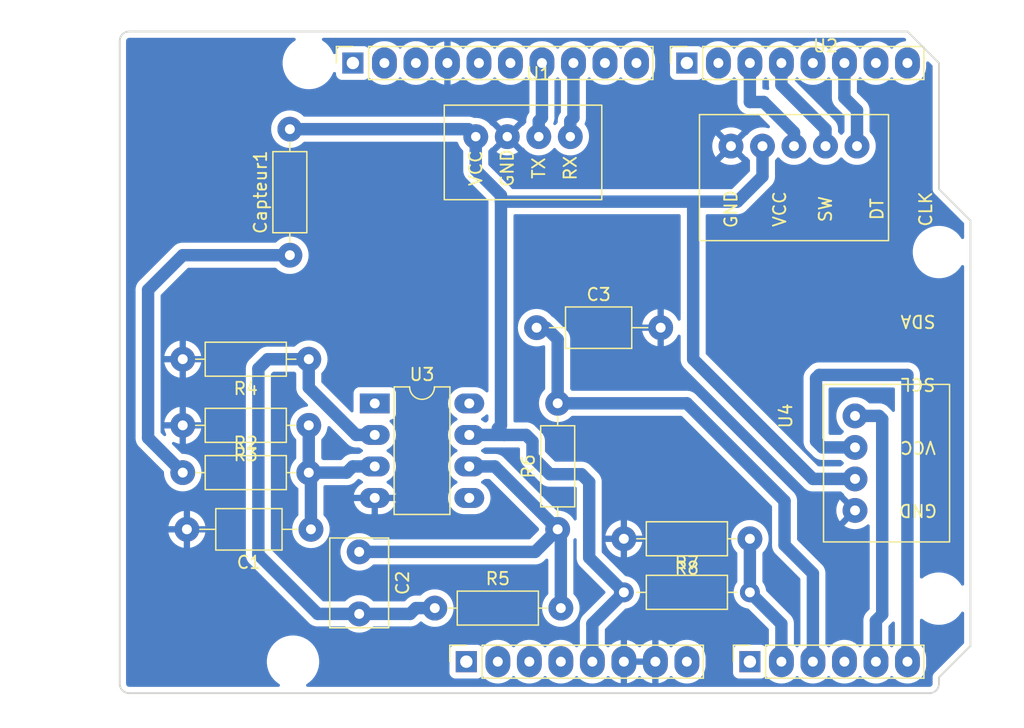
<source format=kicad_pcb>
(kicad_pcb (version 20211014) (generator pcbnew)
  (title_block (date "mar. 31 mars 2015"))
  (layers (0 "F.Cu" signal) (31 "B.Cu" signal) (34 "B.Paste" user) (35 "F.Paste" user) (36 "B.SilkS" user "B.Silkscreen") (37 "F.SilkS" user "F.Silkscreen") (38 "B.Mask" user) (39 "F.Mask" user) (44 "Edge.Cuts" user))
  (net 0 "")
  (net 1 "GND")
  (net 3 "+5V")
  (net 4 "/IOREF")
  (net 5 "/A3")
  (net 6 "Net-(C2-Pad1)")
  (net 7 "Net-(C2-Pad2)")
  (net 8 "/13")
  (net 9 "/12")
  (net 10 "/AREF")
  (net 11 "/8")
  (net 12 "/7")
  (net 13 "/TX")
  (net 14 "/RX")
  (net 15 "/*9")
  (net 16 "/SDA")
  (net 17 "/SCL")
  (net 18 "/*6")
  (net 19 "/SW")
  (net 20 "/DT")
  (net 21 "/*3")
  (net 22 "/CLK")
  (net 23 "+3V3")
  (net 24 "VCC")
  (net 25 "/~{RESET}")
  (net 28 "Net-(C1-Pad1)")
  (net 29 "Net-(Capteur1-Pad1)")
  (net 31 "/Vout")
  (net 33 "/Vflex")
  (net 34 "/A0")
  (footprint "Connector_PinSocket_2.54mm:PinSocket_1x08_P2.54mm_Vertical" (layer "F.Cu") (at 127.94 97.46 90)
    (fp_text reference "J1" hide)
    (fp_text value "Power")
    (fp_line (start -1.33 19.11) (end 1.33 19.11) (layer "F.SilkS") (width 0.12))
    (fp_line (start 1.33 1.27) (end 1.33 19.11) (layer "F.SilkS") (width 0.12))
    (fp_line (start -1.33 1.27) (end 1.33 1.27) (layer "F.SilkS") (width 0.12))
    (fp_line (start 0 -1.33) (end 1.33 -1.33) (layer "F.SilkS") (width 0.12))
    (fp_line (start 1.33 -1.33) (end 1.33 0) (layer "F.SilkS") (width 0.12))
    (fp_line (start -1.33 1.27) (end -1.33 19.11) (layer "F.SilkS") (width 0.12))
    (pad "1" thru_hole rect locked (at 0 0 90) (size 1.7 1.7) (drill 1) (layers *.Cu *.Mask))
    (pad "2" thru_hole oval locked (at 0 2.54 90) (size 2.5 2) (drill 0.8) (layers *.Cu *.Mask) (net 4 "/IOREF"))
    (pad "3" thru_hole oval locked (at 0 5.08 90) (size 2.5 2) (drill 0.8) (layers *.Cu *.Mask) (net 25 "/~{RESET}"))
    (pad "4" thru_hole oval locked (at 0 7.62 90) (size 2.5 2) (drill 0.8) (layers *.Cu *.Mask) (net 23 "+3V3"))
    (pad "5" thru_hole oval locked (at 0 10.16 90) (size 2.5 2) (drill 0.8) (layers *.Cu *.Mask) (net 3 "+5V"))
    (pad "6" thru_hole oval locked (at 0 12.7 90) (size 2.5 2) (drill 0.8) (layers *.Cu *.Mask) (net 1 "GND"))
    (pad "7" thru_hole oval locked (at 0 15.24 90) (size 2.5 2) (drill 0.8) (layers *.Cu *.Mask) (net 1 "GND"))
    (pad "8" thru_hole oval locked (at 0 17.78 90) (size 2.5 2) (drill 0.8) (layers *.Cu *.Mask) (net 24 "VCC"))
  )
  (footprint "Connector_PinSocket_2.54mm:PinSocket_1x06_P2.54mm_Vertical" (layer "F.Cu") (at 150.8 97.46 90)
    (fp_text reference "J2" hide)
    (fp_text value "Analog")
    (fp_line (start 1.33 1.27) (end 1.33 14.03) (layer "F.SilkS") (width 0.12))
    (fp_line (start 0 -1.33) (end 1.33 -1.33) (layer "F.SilkS") (width 0.12))
    (fp_line (start -1.33 1.27) (end 1.33 1.27) (layer "F.SilkS") (width 0.12))
    (fp_line (start -1.33 1.27) (end -1.33 14.03) (layer "F.SilkS") (width 0.12))
    (fp_line (start -1.33 14.03) (end 1.33 14.03) (layer "F.SilkS") (width 0.12))
    (fp_line (start 1.33 -1.33) (end 1.33 0) (layer "F.SilkS") (width 0.12))
    (pad "1" thru_hole rect locked (at 0 0 90) (size 1.7 1.7) (drill 1) (layers *.Cu *.Mask) (net 34 "/A0"))
    (pad "2" thru_hole oval locked (at 0 2.54 90) (size 2.5 2) (drill 0.8) (layers *.Cu *.Mask) (net 33 "/Vflex"))
    (pad "3" thru_hole oval locked (at 0 5.08 90) (size 2.5 2) (drill 0.8) (layers *.Cu *.Mask) (net 31 "/Vout"))
    (pad "4" thru_hole oval locked (at 0 7.62 90) (size 2.5 2) (drill 0.8) (layers *.Cu *.Mask) (net 5 "/A3"))
    (pad "5" thru_hole oval locked (at 0 10.16 90) (size 2.5 2) (drill 0.8) (layers *.Cu *.Mask) (net 16 "/SDA"))
    (pad "6" thru_hole oval locked (at 0 12.7 90) (size 2.5 2) (drill 0.8) (layers *.Cu *.Mask) (net 17 "/SCL"))
  )
  (footprint "Connector_PinSocket_2.54mm:PinSocket_1x10_P2.54mm_Vertical" (layer "F.Cu") (at 118.796 49.2 90)
    (fp_text reference "J3" hide)
    (fp_text value "Digital/PWM")
    (fp_line (start -1.33 24.19) (end 1.33 24.19) (layer "F.SilkS") (width 0.12))
    (fp_line (start -1.33 1.27) (end -1.33 24.19) (layer "F.SilkS") (width 0.12))
    (fp_line (start 1.33 -1.33) (end 1.33 0) (layer "F.SilkS") (width 0.12))
    (fp_line (start 0 -1.33) (end 1.33 -1.33) (layer "F.SilkS") (width 0.12))
    (fp_line (start 1.33 1.27) (end 1.33 24.19) (layer "F.SilkS") (width 0.12))
    (fp_line (start -1.33 1.27) (end 1.33 1.27) (layer "F.SilkS") (width 0.12))
    (pad "1" thru_hole rect locked (at 0 0 90) (size 1.7 1.7) (drill 1) (layers *.Cu *.Mask))
    (pad "2" thru_hole oval locked (at 0 2.54 90) (size 2.5 2) (drill 0.8) (layers *.Cu *.Mask))
    (pad "3" thru_hole oval locked (at 0 5.08 90) (size 2.5 2) (drill 0.8) (layers *.Cu *.Mask) (net 10 "/AREF"))
    (pad "4" thru_hole oval locked (at 0 7.62 90) (size 2.5 2) (drill 0.8) (layers *.Cu *.Mask) (net 1 "GND"))
    (pad "5" thru_hole oval locked (at 0 10.16 90) (size 2.5 2) (drill 0.8) (layers *.Cu *.Mask) (net 8 "/13"))
    (pad "6" thru_hole oval locked (at 0 12.7 90) (size 2.5 2) (drill 0.8) (layers *.Cu *.Mask) (net 9 "/12"))
    (pad "7" thru_hole oval locked (at 0 15.24 90) (size 2.5 2) (drill 0.8) (layers *.Cu *.Mask) (net 13 "/TX"))
    (pad "8" thru_hole oval locked (at 0 17.78 90) (size 2.5 2) (drill 0.8) (layers *.Cu *.Mask) (net 14 "/RX"))
    (pad "9" thru_hole oval locked (at 0 20.32 90) (size 2.5 2) (drill 0.8) (layers *.Cu *.Mask) (net 15 "/*9"))
    (pad "10" thru_hole oval locked (at 0 22.86 90) (size 2.5 2) (drill 0.8) (layers *.Cu *.Mask) (net 11 "/8"))
  )
  (footprint "Connector_PinSocket_2.54mm:PinSocket_1x08_P2.54mm_Vertical" (layer "F.Cu") (at 145.72 49.2 90)
    (fp_text reference "J4" hide)
    (fp_text value "Digital/PWM")
    (fp_line (start -1.33 19.11) (end 1.33 19.11) (layer "F.SilkS") (width 0.12))
    (fp_line (start -1.33 1.27) (end -1.33 19.11) (layer "F.SilkS") (width 0.12))
    (fp_line (start 0 -1.33) (end 1.33 -1.33) (layer "F.SilkS") (width 0.12))
    (fp_line (start -1.33 1.27) (end 1.33 1.27) (layer "F.SilkS") (width 0.12))
    (fp_line (start 1.33 -1.33) (end 1.33 0) (layer "F.SilkS") (width 0.12))
    (fp_line (start 1.33 1.27) (end 1.33 19.11) (layer "F.SilkS") (width 0.12))
    (pad "1" thru_hole rect locked (at 0 0 90) (size 1.7 1.7) (drill 1) (layers *.Cu *.Mask) (net 12 "/7"))
    (pad "2" thru_hole oval locked (at 0 2.54 90) (size 2.5 2) (drill 0.8) (layers *.Cu *.Mask) (net 18 "/*6"))
    (pad "3" thru_hole oval locked (at 0 5.08 90) (size 2.5 2) (drill 0.8) (layers *.Cu *.Mask) (net 19 "/SW"))
    (pad "4" thru_hole oval locked (at 0 7.62 90) (size 2.5 2) (drill 0.8) (layers *.Cu *.Mask) (net 20 "/DT"))
    (pad "5" thru_hole oval locked (at 0 10.16 90) (size 2.5 2) (drill 0.8) (layers *.Cu *.Mask) (net 21 "/*3"))
    (pad "6" thru_hole oval locked (at 0 12.7 90) (size 2.5 2) (drill 0.8) (layers *.Cu *.Mask) (net 22 "/CLK"))
    (pad "7" thru_hole oval locked (at 0 15.24 90) (size 2.5 2) (drill 0.8) (layers *.Cu *.Mask))
    (pad "8" thru_hole oval locked (at 0 17.78 90) (size 2.5 2) (drill 0.8) (layers *.Cu *.Mask))
  )
  (footprint "Package_DIP:DIP-8_W7.62mm_LongPads" (layer "F.Cu") (at 120.559 76.642)
    (fp_text reference "U3" (at 3.81 -2.33) (layer "F.SilkS"))
    (fp_text value "LT1050")
    (fp_line (start 1.56 8.95) (end 6.06 8.95) (layer "F.SilkS") (width 0.12))
    (fp_line (start 2.81 -1.33) (end 1.56 -1.33) (layer "F.SilkS") (width 0.12))
    (fp_line (start 6.06 -1.33) (end 4.81 -1.33) (layer "F.SilkS") (width 0.12))
    (fp_line (start 6.06 8.95) (end 6.06 -1.33) (layer "F.SilkS") (width 0.12))
    (fp_line (start 1.56 -1.33) (end 1.56 8.95) (layer "F.SilkS") (width 0.12))
    (fp_arc (start 4.81 -1.33) (mid 3.81 -0.33) (end 2.81 -1.33) (layer "F.SilkS") (width 0.12))
    (pad "1" thru_hole rect (at 0 0) (size 2.4 1.6) (drill 0.8) (layers *.Cu *.Mask))
    (pad "2" thru_hole oval (at 0 2.54) (size 2.4 1.6) (drill 0.8) (layers *.Cu *.Mask) (net 7 "Net-(C2-Pad2)"))
    (pad "3" thru_hole oval (at 0 5.08) (size 2.4 1.6) (drill 0.8) (layers *.Cu *.Mask) (net 28 "Net-(C1-Pad1)"))
    (pad "4" thru_hole oval (at 0 7.62) (size 2.4 1.6) (drill 0.8) (layers *.Cu *.Mask) (net 1 "GND"))
    (pad "5" thru_hole oval (at 7.62 7.62) (size 2.4 1.6) (drill 0.8) (layers *.Cu *.Mask))
    (pad "6" thru_hole oval (at 7.62 5.08) (size 2.4 1.6) (drill 0.8) (layers *.Cu *.Mask) (net 6 "Net-(C2-Pad1)"))
    (pad "7" thru_hole oval (at 7.62 2.54) (size 2.4 1.6) (drill 0.8) (layers *.Cu *.Mask) (net 3 "+5V"))
    (pad "8" thru_hole oval (at 7.62 0) (size 2.4 1.6) (drill 0.8) (layers *.Cu *.Mask))
  )
  (footprint "Resistor_THT:R_Axial_DIN0207_L6.3mm_D2.5mm_P10.16mm_Horizontal" (layer "F.Cu") (at 140.64 91.872)
    (fp_text reference "R7" (at 5.08 -2.37) (layer "F.SilkS"))
    (fp_text value "R_Variable")
    (fp_line (start 8.35 -1.37) (end 1.81 -1.37) (layer "F.SilkS") (width 0.12))
    (fp_line (start 8.35 1.37) (end 8.35 -1.37) (layer "F.SilkS") (width 0.12))
    (fp_line (start 1.04 0) (end 1.81 0) (layer "F.SilkS") (width 0.12))
    (fp_line (start 1.81 -1.37) (end 1.81 1.37) (layer "F.SilkS") (width 0.12))
    (fp_line (start 9.12 0) (end 8.35 0) (layer "F.SilkS") (width 0.12))
    (fp_line (start 1.81 1.37) (end 8.35 1.37) (layer "F.SilkS") (width 0.12))
    (pad "1" thru_hole circle (at 0 0) (size 1.6 1.6) (drill 0.8) (layers *.Cu *.Mask) (net 3 "+5V"))
    (pad "2" thru_hole oval (at 10.16 0) (size 1.6 1.6) (drill 0.8) (layers *.Cu *.Mask) (net 33 "/Vflex"))
  )
  (footprint "Libraire_Empreinte_Projet_Graphene:Encodeur_Empreinte" (layer "F.Cu") (at 156.896 53.359)
    (fp_text reference "U2" (at 0 -5.54 unlocked) (layer "F.SilkS"))
    (fp_text value "Encodeur_Rotatoire")
    (fp_text user "SW" (at 0 7.62 90 unlocked) (layer "F.SilkS"))
    (fp_text user "GND" (at -7.62 7.62 90 unlocked) (layer "F.SilkS"))
    (fp_text user "DT" (at 4.155 7.62 90 unlocked) (layer "F.SilkS"))
    (fp_text user "VCC" (at -3.695 7.62 90 unlocked) (layer "F.SilkS"))
    (fp_text user "CLK" (at 8.08 7.62 90 unlocked) (layer "F.SilkS"))
    (fp_rect (start -10.16 0) (end 5.08 10.16) (layer "F.SilkS") (width 0.12) (fill none))
    (pad "1" thru_hole circle (at -7.62 2.54) (size 2 2) (drill 0.8) (layers *.Cu *.Mask) (net 1 "GND"))
    (pad "2" thru_hole circle (at -5.08 2.54) (size 2 2) (drill 0.8) (layers *.Cu *.Mask) (net 3 "+5V"))
    (pad "3" thru_hole circle (at -2.54 2.54) (size 2 2) (drill 0.8) (layers *.Cu *.Mask) (net 19 "/SW"))
    (pad "4" thru_hole circle (at 0 2.54) (size 2 2) (drill 0.8) (layers *.Cu *.Mask) (net 20 "/DT"))
    (pad "5" thru_hole circle (at 2.54 2.54) (size 2 2) (drill 0.8) (layers *.Cu *.Mask) (net 22 "/CLK"))
  )
  (footprint "Resistor_THT:R_Axial_DIN0207_L6.3mm_D2.5mm_P10.16mm_Horizontal" (layer "F.Cu") (at 125.4 93.142)
    (fp_text reference "R5" (at 5.08 -2.37) (layer "F.SilkS"))
    (fp_text value "100k")
    (fp_line (start 8.35 1.37) (end 8.35 -1.37) (layer "F.SilkS") (width 0.12))
    (fp_line (start 1.81 1.37) (end 8.35 1.37) (layer "F.SilkS") (width 0.12))
    (fp_line (start 1.81 -1.37) (end 1.81 1.37) (layer "F.SilkS") (width 0.12))
    (fp_line (start 1.04 0) (end 1.81 0) (layer "F.SilkS") (width 0.12))
    (fp_line (start 8.35 -1.37) (end 1.81 -1.37) (layer "F.SilkS") (width 0.12))
    (fp_line (start 9.12 0) (end 8.35 0) (layer "F.SilkS") (width 0.12))
    (pad "1" thru_hole circle (at 0 0) (size 2 2) (drill 0.8) (layers *.Cu *.Mask) (net 7 "Net-(C2-Pad2)"))
    (pad "2" thru_hole oval (at 10.16 0) (size 2 2) (drill 0.8) (layers *.Cu *.Mask) (net 6 "Net-(C2-Pad1)"))
  )
  (footprint "Arduino_MountingHole:MountingHole_3.2mm" (layer "F.Cu") (at 115.24 49.2)
    (fp_text reference "MH1" hide)
    (fp_text value "MountingHole_3.2mm" hide)
    (pad "" np_thru_hole circle locked (at 0 0) (size 3.2 3.2) (drill 3.2) (layers *.Cu *.Mask))
  )
  (footprint "Resistor_THT:R_Axial_DIN0207_L6.3mm_D2.5mm_P10.16mm_Horizontal" (layer "F.Cu") (at 150.8 87.554 180)
    (fp_text reference "R8" (at 5.08 -2.37) (layer "F.SilkS"))
    (fp_text value "39k")
    (fp_line (start 8.35 -1.37) (end 1.81 -1.37) (layer "F.SilkS") (width 0.12))
    (fp_line (start 1.04 0) (end 1.81 0) (layer "F.SilkS") (width 0.12))
    (fp_line (start 9.12 0) (end 8.35 0) (layer "F.SilkS") (width 0.12))
    (fp_line (start 1.81 1.37) (end 8.35 1.37) (layer "F.SilkS") (width 0.12))
    (fp_line (start 1.81 -1.37) (end 1.81 1.37) (layer "F.SilkS") (width 0.12))
    (fp_line (start 8.35 1.37) (end 8.35 -1.37) (layer "F.SilkS") (width 0.12))
    (pad "1" thru_hole circle (at 0 0 180) (size 2 2) (drill 0.8) (layers *.Cu *.Mask) (net 33 "/Vflex"))
    (pad "2" thru_hole oval (at 10.16 0 180) (size 2 2) (drill 0.8) (layers *.Cu *.Mask) (net 1 "GND"))
  )
  (footprint "Capacitor_THT:C_Rect_L7.0mm_W4.5mm_P5.00mm" (layer "F.Cu") (at 119.304 88.61 -90)
    (fp_text reference "C2" (at 2.5 -3.5 90) (layer "F.SilkS"))
    (fp_text value "1µ")
    (fp_line (start 6.12 -2.37) (end 6.12 2.37) (layer "F.SilkS") (width 0.12))
    (fp_line (start -1.12 -2.37) (end -1.12 2.37) (layer "F.SilkS") (width 0.12))
    (fp_line (start -1.12 2.37) (end 6.12 2.37) (layer "F.SilkS") (width 0.12))
    (fp_line (start -1.12 -2.37) (end 6.12 -2.37) (layer "F.SilkS") (width 0.12))
    (pad "1" thru_hole circle (at 0 0 270) (size 2 2) (drill 0.8) (layers *.Cu *.Mask) (net 6 "Net-(C2-Pad1)"))
    (pad "2" thru_hole circle (at 5 0 270) (size 2 2) (drill 0.8) (layers *.Cu *.Mask) (net 7 "Net-(C2-Pad2)"))
  )
  (footprint "Resistor_THT:R_Axial_DIN0207_L6.3mm_D2.5mm_P10.16mm_Horizontal" (layer "F.Cu") (at 115.24 78.41 180)
    (fp_text reference "R3" (at 5.08 -2.37) (layer "F.SilkS"))
    (fp_text value "100k")
    (fp_line (start 8.35 1.37) (end 8.35 -1.37) (layer "F.SilkS") (width 0.12))
    (fp_line (start 1.81 1.37) (end 8.35 1.37) (layer "F.SilkS") (width 0.12))
    (fp_line (start 1.81 -1.37) (end 1.81 1.37) (layer "F.SilkS") (width 0.12))
    (fp_line (start 8.35 -1.37) (end 1.81 -1.37) (layer "F.SilkS") (width 0.12))
    (fp_line (start 9.12 0) (end 8.35 0) (layer "F.SilkS") (width 0.12))
    (fp_line (start 1.04 0) (end 1.81 0) (layer "F.SilkS") (width 0.12))
    (pad "1" thru_hole circle (at 0 0 180) (size 2 2) (drill 0.8) (layers *.Cu *.Mask) (net 28 "Net-(C1-Pad1)"))
    (pad "2" thru_hole oval (at 10.16 0 180) (size 2 2) (drill 0.8) (layers *.Cu *.Mask) (net 1 "GND"))
  )
  (footprint "Resistor_THT:R_Axial_DIN0207_L6.3mm_D2.5mm_P10.16mm_Horizontal" (layer "F.Cu") (at 105.08 82.22)
    (fp_text reference "R2" (at 5.08 -2.37) (layer "F.SilkS"))
    (fp_text value "10k")
    (fp_line (start 1.81 1.37) (end 8.35 1.37) (layer "F.SilkS") (width 0.12))
    (fp_line (start 1.04 0) (end 1.81 0) (layer "F.SilkS") (width 0.12))
    (fp_line (start 8.35 -1.37) (end 1.81 -1.37) (layer "F.SilkS") (width 0.12))
    (fp_line (start 1.81 -1.37) (end 1.81 1.37) (layer "F.SilkS") (width 0.12))
    (fp_line (start 9.12 0) (end 8.35 0) (layer "F.SilkS") (width 0.12))
    (fp_line (start 8.35 1.37) (end 8.35 -1.37) (layer "F.SilkS") (width 0.12))
    (pad "1" thru_hole circle (at 0 0) (size 2 2) (drill 0.8) (layers *.Cu *.Mask) (net 29 "Net-(Capteur1-Pad1)"))
    (pad "2" thru_hole oval (at 10.16 0) (size 2 2) (drill 0.8) (layers *.Cu *.Mask) (net 28 "Net-(C1-Pad1)"))
  )
  (footprint "Capacitor_THT:C_Axial_L5.1mm_D3.1mm_P10.00mm_Horizontal" (layer "F.Cu") (at 115.414 86.792 180)
    (fp_text reference "C1" (at 5 -2.67) (layer "F.SilkS"))
    (fp_text value "100n")
    (fp_line (start 7.67 1.67) (end 7.67 -1.67) (layer "F.SilkS") (width 0.12))
    (fp_line (start 2.33 -1.67) (end 2.33 1.67) (layer "F.SilkS") (width 0.12))
    (fp_line (start 8.96 0) (end 7.67 0) (layer "F.SilkS") (width 0.12))
    (fp_line (start 2.33 1.67) (end 7.67 1.67) (layer "F.SilkS") (width 0.12))
    (fp_line (start 7.67 -1.67) (end 2.33 -1.67) (layer "F.SilkS") (width 0.12))
    (fp_line (start 1.04 0) (end 2.33 0) (layer "F.SilkS") (width 0.12))
    (pad "1" thru_hole circle (at 0 0 180) (size 2 2) (drill 0.8) (layers *.Cu *.Mask) (net 28 "Net-(C1-Pad1)"))
    (pad "2" thru_hole oval (at 10 0 180) (size 2 2) (drill 0.8) (layers *.Cu *.Mask) (net 1 "GND"))
  )
  (footprint "Capacitor_THT:C_Axial_L5.1mm_D3.1mm_P10.00mm_Horizontal" (layer "F.Cu") (at 133.608 70.536)
    (fp_text reference "C3" (at 5 -2.67) (layer "F.SilkS"))
    (fp_text value "100n")
    (fp_line (start 8.96 0) (end 7.67 0) (layer "F.SilkS") (width 0.12))
    (fp_line (start 7.67 -1.67) (end 2.33 -1.67) (layer "F.SilkS") (width 0.12))
    (fp_line (start 7.67 1.67) (end 7.67 -1.67) (layer "F.SilkS") (width 0.12))
    (fp_line (start 1.04 0) (end 2.33 0) (layer "F.SilkS") (width 0.12))
    (fp_line (start 2.33 -1.67) (end 2.33 1.67) (layer "F.SilkS") (width 0.12))
    (fp_line (start 2.33 1.67) (end 7.67 1.67) (layer "F.SilkS") (width 0.12))
    (pad "1" thru_hole circle (at 0 0) (size 2 2) (drill 0.8) (layers *.Cu *.Mask) (net 31 "/Vout"))
    (pad "2" thru_hole oval (at 10 0) (size 2 2) (drill 0.8) (layers *.Cu *.Mask) (net 1 "GND"))
  )
  (footprint "Libraire_Empreinte_Projet_Graphene:OLED_Empreinte" (layer "F.Cu") (at 154.197 77.648 90)
    (fp_text reference "U4" (at 0 -0.5 90 unlocked) (layer "F.SilkS"))
    (fp_text value "OLED")
    (fp_text user "VCC" (at -2.54 10.16 180 unlocked) (layer "F.SilkS"))
    (fp_text user "SCL" (at 2.54 10.16 180 unlocked) (layer "F.SilkS"))
    (fp_text user "GND" (at -7.62 10.16 180 unlocked) (layer "F.SilkS"))
    (fp_text user "SDA" (at 7.62 10.16 180 unlocked) (layer "F.SilkS"))
    (fp_rect (start -10.16 2.54) (end 2.54 12.7) (layer "F.SilkS") (width 0.12) (fill none))
    (pad "1" thru_hole circle (at -7.62 5.08 90) (size 2 2) (drill 0.8) (layers *.Cu *.Mask) (net 1 "GND"))
    (pad "2" thru_hole circle (at -5.08 5.08 90) (size 2 2) (drill 0.8) (layers *.Cu *.Mask) (net 3 "+5V"))
    (pad "3" thru_hole circle (at -2.54 5.08 90) (size 2 2) (drill 0.8) (layers *.Cu *.Mask) (net 17 "/SCL"))
    (pad "4" thru_hole circle (at 0 5.08 90) (size 2 2) (drill 0.8) (layers *.Cu *.Mask) (net 16 "/SDA"))
  )
  (footprint "Resistor_THT:R_Axial_DIN0207_L6.3mm_D2.5mm_P10.16mm_Horizontal" (layer "F.Cu") (at 115.24 73.076 180)
    (fp_text reference "R4" (at 5.08 -2.37) (layer "F.SilkS"))
    (fp_text value "1k")
    (fp_line (start 8.35 1.37) (end 8.35 -1.37) (layer "F.SilkS") (width 0.12))
    (fp_line (start 1.81 -1.37) (end 1.81 1.37) (layer "F.SilkS") (width 0.12))
    (fp_line (start 8.35 -1.37) (end 1.81 -1.37) (layer "F.SilkS") (width 0.12))
    (fp_line (start 1.04 0) (end 1.81 0) (layer "F.SilkS") (width 0.12))
    (fp_line (start 9.12 0) (end 8.35 0) (layer "F.SilkS") (width 0.12))
    (fp_line (start 1.81 1.37) (end 8.35 1.37) (layer "F.SilkS") (width 0.12))
    (pad "1" thru_hole circle (at 0 0 180) (size 2 2) (drill 0.8) (layers *.Cu *.Mask) (net 7 "Net-(C2-Pad2)"))
    (pad "2" thru_hole oval (at 10.16 0 180) (size 2 2) (drill 0.8) (layers *.Cu *.Mask) (net 1 "GND"))
  )
  (footprint "Resistor_THT:R_Axial_DIN0207_L6.3mm_D2.5mm_P10.16mm_Horizontal" (layer "F.Cu") (at 113.716 64.694 90)
    (fp_text reference "Capteur1" (at 5.08 -2.37 90) (layer "F.SilkS"))
    (fp_text value "10k")
    (fp_line (start 8.35 -1.37) (end 1.81 -1.37) (layer "F.SilkS") (width 0.12))
    (fp_line (start 1.81 1.37) (end 8.35 1.37) (layer "F.SilkS") (width 0.12))
    (fp_line (start 1.81 -1.37) (end 1.81 1.37) (layer "F.SilkS") (width 0.12))
    (fp_line (start 1.04 0) (end 1.81 0) (layer "F.SilkS") (width 0.12))
    (fp_line (start 8.35 1.37) (end 8.35 -1.37) (layer "F.SilkS") (width 0.12))
    (fp_line (start 9.12 0) (end 8.35 0) (layer "F.SilkS") (width 0.12))
    (pad "1" thru_hole circle (at 0 0 90) (size 2 2) (drill 0.8) (layers *.Cu *.Mask) (net 29 "Net-(Capteur1-Pad1)"))
    (pad "2" thru_hole oval (at 10.16 0 90) (size 2 2) (drill 0.8) (layers *.Cu *.Mask) (net 3 "+5V"))
  )
  (footprint "Arduino_MountingHole:MountingHole_3.2mm" (layer "F.Cu") (at 113.97 97.46)
    (fp_text reference "MH2" hide)
    (fp_text value "MountingHole_3.2mm" hide)
    (pad "" np_thru_hole circle locked (at 0 0) (size 3.2 3.2) (drill 3.2) (layers *.Cu *.Mask))
  )
  (footprint "Arduino_MountingHole:MountingHole_3.2mm" (layer "F.Cu") (at 166.04 64.44)
    (fp_text reference "MH3" hide)
    (fp_text value "MountingHole_3.2mm" hide)
    (pad "" np_thru_hole circle locked (at 0 0) (size 3.2 3.2) (drill 3.2) (layers *.Cu *.Mask))
  )
  (footprint "Arduino_MountingHole:MountingHole_3.2mm" (layer "F.Cu") (at 166.04 92.38)
    (fp_text reference "MH4" hide)
    (fp_text value "MountingHole_3.2mm" hide)
    (pad "" np_thru_hole circle locked (at 0 0) (size 3.2 3.2) (drill 3.2) (layers *.Cu *.Mask))
  )
  (footprint "Libraire_Empreinte_Projet_Graphene:Bluetooth_Empreinte" (layer "F.Cu") (at 131.242 52.597)
    (fp_text reference "U1" (at 2.54 -2.54 unlocked) (layer "F.SilkS"))
    (fp_text value "Bluetooth")
    (fp_text user "TX" (at 2.54 5.08 90 unlocked) (layer "F.SilkS"))
    (fp_text user "GND" (at 0 5.08 90 unlocked) (layer "F.SilkS"))
    (fp_text user "VCC" (at -2.54 5.08 90 unlocked) (layer "F.SilkS"))
    (fp_text user "RX" (at 5.08 5.08 90 unlocked) (layer "F.SilkS"))
    (fp_rect (start -5.08 0) (end 7.62 7.62) (layer "F.SilkS") (width 0.12) (fill none))
    (pad "1" thru_hole circle (at -2.54 2.54) (size 2 2) (drill 0.762) (layers *.Cu *.Mask) (net 3 "+5V"))
    (pad "2" thru_hole circle (at 0 2.54) (size 2 2) (drill 0.762) (layers *.Cu *.Mask) (net 1 "GND"))
    (pad "3" thru_hole circle (at 2.54 2.54) (size 2 2) (drill 0.762) (layers *.Cu *.Mask) (net 13 "/TX"))
    (pad "4" thru_hole circle (at 5.08 2.54) (size 2 2) (drill 0.762) (layers *.Cu *.Mask) (net 14 "/RX"))
  )
  (footprint "Resistor_THT:R_Axial_DIN0207_L6.3mm_D2.5mm_P10.16mm_Horizontal" (layer "F.Cu") (at 135.306 86.792 90)
    (fp_text reference "R6" (at 5.08 -2.37 90) (layer "F.SilkS"))
    (fp_text value "1k")
    (fp_line (start 1.04 0) (end 1.81 0) (layer "F.SilkS") (width 0.12))
    (fp_line (start 1.81 -1.37) (end 1.81 1.37) (layer "F.SilkS") (width 0.12))
    (fp_line (start 1.81 1.37) (end 8.35 1.37) (layer "F.SilkS") (width 0.12))
    (fp_line (start 9.12 0) (end 8.35 0) (layer "F.SilkS") (width 0.12))
    (fp_line (start 8.35 1.37) (end 8.35 -1.37) (layer "F.SilkS") (width 0.12))
    (fp_line (start 8.35 -1.37) (end 1.81 -1.37) (layer "F.SilkS") (width 0.12))
    (pad "1" thru_hole circle (at 0 0 90) (size 2 2) (drill 0.8) (layers *.Cu *.Mask) (net 6 "Net-(C2-Pad1)"))
    (pad "2" thru_hole oval (at 10.16 0 90) (size 2 2) (drill 0.8) (layers *.Cu *.Mask) (net 31 "/Vout"))
  )
  (gr_line (start 166.04 59.36) (end 168.58 61.9) (layer "Edge.Cuts") (width 0.15))
  (gr_line (start 100 99.238) (end 100 47.422) (layer "Edge.Cuts") (width 0.15))
  (gr_line (start 168.58 61.9) (end 168.58 96.19) (layer "Edge.Cuts") (width 0.15))
  (gr_line (start 100.762 100) (end 165.278 100) (layer "Edge.Cuts") (width 0.15))
  (gr_line (start 100.762 46.66) (end 163.5 46.66) (layer "Edge.Cuts") (width 0.15))
  (gr_arc (start 100.762 100) (mid 100.223185 99.776815) (end 100 99.238) (layer "Edge.Cuts") (width 0.15))
  (gr_line (start 168.58 96.19) (end 166.04 98.73) (layer "Edge.Cuts") (width 0.15))
  (gr_line (start 163.5 46.66) (end 166.04 49.2) (layer "Edge.Cuts") (width 0.15))
  (gr_arc (start 166.04 99.238) (mid 165.816815 99.776815) (end 165.278 100) (layer "Edge.Cuts") (width 0.15))
  (gr_line (start 166.04 49.2) (end 166.04 59.36) (layer "Edge.Cuts") (width 0.15))
  (gr_line (start 166.04 98.73) (end 166.04 99.238) (layer "Edge.Cuts") (width 0.15))
  (gr_arc (start 100 47.422) (mid 100.223185 46.883185) (end 100.762 46.66) (layer "Edge.Cuts") (width 0.15))
  (segment (start 130.734 60.376) (end 130.734 78.41) (width 1) (layer "B.Cu") (net 3))
  (segment (start 128.099 54.534) (end 128.702 55.137) (width 1) (layer "B.Cu") (net 3))
  (segment (start 133.274 79.7) (end 132.756 79.182) (width 1) (layer "B.Cu") (net 3))
  (segment (start 128.702 57.836) (end 130.734 59.868) (width 1) (layer "B.Cu") (net 3))
  (segment (start 140.64 91.872) (end 138.1 94.412) (width 1) (layer "B.Cu") (net 3))
  (segment (start 137.846 89.078) (end 137.846 82.982) (width 1) (layer "B.Cu") (net 3))
  (segment (start 130.734 78.41) (end 130.48 78.664) (width 1) (layer "B.Cu") (net 3))
  (segment (start 151.816 58.344) (end 151.816 55.899) (width 1) (layer "B.Cu") (net 3))
  (segment (start 137.846 82.982) (end 137.211 82.347) (width 1) (layer "B.Cu") (net 3))
  (segment (start 137.338 82.474) (end 137.211 82.347) (width 1) (layer "B.Cu") (net 3))
  (segment (start 146.228 60.376) (end 146.228 73.076) (width 1) (layer "B.Cu") (net 3))
  (segment (start 130.734 59.868) (end 130.734 60.376) (width 1) (layer "B.Cu") (net 3))
  (segment (start 146.228 60.376) (end 149.784 60.376) (width 1) (layer "B.Cu") (net 3))
  (segment (start 130.998 79.182) (end 130.48 78.664) (width 1) (layer "B.Cu") (net 3))
  (segment (start 155.88 82.728) (end 159.277 82.728) (width 1) (layer "B.Cu") (net 3))
  (segment (start 130.734 60.376) (end 146.228 60.376) (width 1) (layer "B.Cu") (net 3))
  (segment (start 132.756 79.182) (end 130.998 79.182) (width 1) (layer "B.Cu") (net 3))
  (segment (start 149.784 60.376) (end 151.816 58.344) (width 1) (layer "B.Cu") (net 3))
  (segment (start 140.64 91.872) (end 137.846 89.078) (width 1) (layer "B.Cu") (net 3))
  (segment (start 146.228 73.076) (end 155.88 82.728) (width 1) (layer "B.Cu") (net 3))
  (segment (start 130.998 79.182) (end 128.179 79.182) (width 1) (layer "B.Cu") (net 3))
  (segment (start 133.274 80.95) (end 133.274 79.7) (width 1) (layer "B.Cu") (net 3))
  (segment (start 128.702 57.836) (end 128.702 55.137) (width 1) (layer "B.Cu") (net 3))
  (segment (start 113.716 54.534) (end 128.099 54.534) (width 1) (layer "B.Cu") (net 3))
  (segment (start 134.671 82.347) (end 133.274 80.95) (width 1) (layer "B.Cu") (net 3))
  (segment (start 137.211 82.347) (end 134.671 82.347) (width 1) (layer "B.Cu") (net 3))
  (segment (start 138.1 94.412) (end 138.1 97.46) (width 1) (layer "B.Cu") (net 3))
  (segment (start 128.179 81.722) (end 130.236 81.722) (width 1) (layer "B.Cu") (net 6))
  (segment (start 135.56 93.142) (end 135.56 87.046) (width 1) (layer "B.Cu") (net 6))
  (segment (start 133.488 88.61) (end 135.306 86.792) (width 1) (layer "B.Cu") (net 6))
  (segment (start 119.304 88.61) (end 133.488 88.61) (width 1) (layer "B.Cu") (net 6))
  (segment (start 130.236 81.722) (end 135.306 86.792) (width 1) (layer "B.Cu") (net 6))
  (segment (start 135.56 87.046) (end 135.306 86.792) (width 1) (layer "B.Cu") (net 6))
  (segment (start 115.24 73.076) (end 115.24 75.362) (width 1) (layer "B.Cu") (net 7))
  (segment (start 111.176 88.824) (end 111.176 73.838) (width 1) (layer "B.Cu") (net 7))
  (segment (start 111.938 73.076) (end 115.24 73.076) (width 1) (layer "B.Cu") (net 7))
  (segment (start 119.304 93.61) (end 115.962 93.61) (width 1) (layer "B.Cu") (net 7))
  (segment (start 123.408 93.61) (end 123.876 93.142) (width 1) (layer "B.Cu") (net 7))
  (segment (start 119.06 79.182) (end 120.559 79.182) (width 1) (layer "B.Cu") (net 7))
  (segment (start 115.962 93.61) (end 111.176 88.824) (width 1) (layer "B.Cu") (net 7))
  (segment (start 123.876 93.142) (end 125.4 93.142) (width 1) (layer "B.Cu") (net 7))
  (segment (start 115.24 75.362) (end 119.06 79.182) (width 1) (layer "B.Cu") (net 7))
  (segment (start 111.176 73.838) (end 111.938 73.076) (width 1) (layer "B.Cu") (net 7))
  (segment (start 119.304 93.61) (end 123.408 93.61) (width 1) (layer "B.Cu") (net 7))
  (segment (start 134.036 49.2) (end 134.036 53.613) (width 1) (layer "B.Cu") (net 13))
  (segment (start 133.782 53.867) (end 134.036 53.613) (width 1) (layer "B.Cu") (net 13))
  (segment (start 133.782 55.137) (end 133.782 53.867) (width 1) (layer "B.Cu") (net 13))
  (segment (start 136.322 55.137) (end 136.322 53.867) (width 1) (layer "B.Cu") (net 14))
  (segment (start 136.322 53.867) (end 136.576 53.613) (width 1) (layer "B.Cu") (net 14))
  (segment (start 136.576 49.2) (end 136.576 53.613) (width 1) (layer "B.Cu") (net 14))
  (segment (start 161.468 93.65) (end 161.468 77.902) (width 1) (layer "B.Cu") (net 16))
  (segment (start 160.96 94.158) (end 161.468 93.65) (width 1) (layer "B.Cu") (net 16))
  (segment (start 161.214 77.648) (end 159.277 77.648) (width 1) (layer "B.Cu") (net 16))
  (segment (start 161.468 77.902) (end 161.214 77.648) (width 1) (layer "B.Cu") (net 16))
  (segment (start 160.96 97.46) (end 160.96 94.158) (width 1) (layer "B.Cu") (net 16))
  (segment (start 156.134 74.6) (end 156.134 79.68) (width 1) (layer "B.Cu") (net 17))
  (segment (start 156.388 74.346) (end 156.134 74.6) (width 1) (layer "B.Cu") (net 17))
  (segment (start 156.134 79.68) (end 156.642 80.188) (width 1) (layer "B.Cu") (net 17))
  (segment (start 163.5 74.346) (end 156.388 74.346) (width 1) (layer "B.Cu") (net 17))
  (segment (start 156.642 80.188) (end 159.277 80.188) (width 1) (layer "B.Cu") (net 17))
  (segment (start 163.5 97.46) (end 163.5 74.346) (width 1) (layer "B.Cu") (net 17))
  (segment (start 150.8 52.343) (end 151.911 52.343) (width 1) (layer "B.Cu") (net 19))
  (segment (start 154.356 54.788) (end 154.356 55.899) (width 1) (layer "B.Cu") (net 19))
  (segment (start 151.911 52.343) (end 154.356 54.788) (width 1) (layer "B.Cu") (net 19))
  (segment (start 150.8 49.2) (end 150.8 52.343) (width 1) (layer "B.Cu") (net 19))
  (segment (start 156.896 54.534) (end 156.896 55.899) (width 1) (layer "B.Cu") (net 20))
  (segment (start 153.34 49.2) (end 153.34 50.978) (width 1) (layer "B.Cu") (net 20))
  (segment (start 153.34 50.978) (end 156.896 54.534) (width 1) (layer "B.Cu") (net 20))
  (segment (start 159.436 55.899) (end 159.436 53.01) (width 1) (layer "B.Cu") (net 22))
  (segment (start 159.436 53.01) (end 158.42 51.994) (width 1) (layer "B.Cu") (net 22))
  (segment (start 158.42 51.994) (end 158.42 49.2) (width 1) (layer "B.Cu") (net 22))
  (segment (start 146.069 97.46) (end 145.72 97.46) (width 1) (layer "B.Cu") (net 24))
  (segment (start 115.414 86.792) (end 115.414 82.394) (width 1) (layer "B.Cu") (net 28))
  (segment (start 115.24 82.22) (end 118.288 82.22) (width 1) (layer "B.Cu") (net 28))
  (segment (start 115.414 82.394) (end 115.24 82.22) (width 1) (layer "B.Cu") (net 28))
  (segment (start 120.559 81.722) (end 118.786 81.722) (width 1) (layer "B.Cu") (net 28))
  (segment (start 118.288 82.22) (end 118.786 81.722) (width 1) (layer "B.Cu") (net 28))
  (segment (start 115.24 78.41) (end 115.24 82.22) (width 1) (layer "B.Cu") (net 28))
  (segment (start 102.286 67.488) (end 102.286 79.426) (width 1) (layer "B.Cu") (net 29))
  (segment (start 105.08 64.694) (end 102.286 67.488) (width 1) (layer "B.Cu") (net 29))
  (segment (start 113.716 64.694) (end 105.08 64.694) (width 1) (layer "B.Cu") (net 29))
  (segment (start 102.286 79.426) (end 105.08 82.22) (width 1) (layer "B.Cu") (net 29))
  (segment (start 153.594 84.506) (end 153.594 88.062) (width 1) (layer "B.Cu") (net 31))
  (segment (start 134.37 70.536) (end 135.306 71.472) (width 1) (layer "B.Cu") (net 31))
  (segment (start 133.608 70.536) (end 134.37 70.536) (width 1) (layer "B.Cu") (net 31))
  (segment (start 155.88 90.348) (end 155.88 97.46) (width 1) (layer "B.Cu") (net 31))
  (segment (start 135.306 76.632) (end 145.72 76.632) (width 1) (layer "B.Cu") (net 31))
  (segment (start 145.72 76.632) (end 153.594 84.506) (width 1) (layer "B.Cu") (net 31))
  (segment (start 135.306 76.632) (end 135.306 71.472) (width 1) (layer "B.Cu") (net 31))
  (segment (start 153.594 88.062) (end 155.88 90.348) (width 1) (layer "B.Cu") (net 31))
  (segment (start 153.34 94.412) (end 150.8 91.872) (width 1) (layer "B.Cu") (net 33))
  (segment (start 150.8 87.554) (end 150.8 91.872) (width 1) (layer "B.Cu") (net 33))
  (segment (start 153.34 97.46) (end 153.34 94.412) (width 1) (layer "B.Cu") (net 33))
  (zone (net 1) (net_name "GND") (layer "B.Cu") (connect_pads (clearance 0.508)) (min_thickness 0.254) (fill yes (thermal_gap 0.508) (thermal_bridge_width 0.508) (island_removal_mode 2) (island_area_min 0))
    (polygon (pts (xy 172.898 44.374) (xy 171.882 101.778) (xy 172.898 101.778) (xy 91.364 102.794) (xy 90.348 44.12)))
  )
)
</source>
